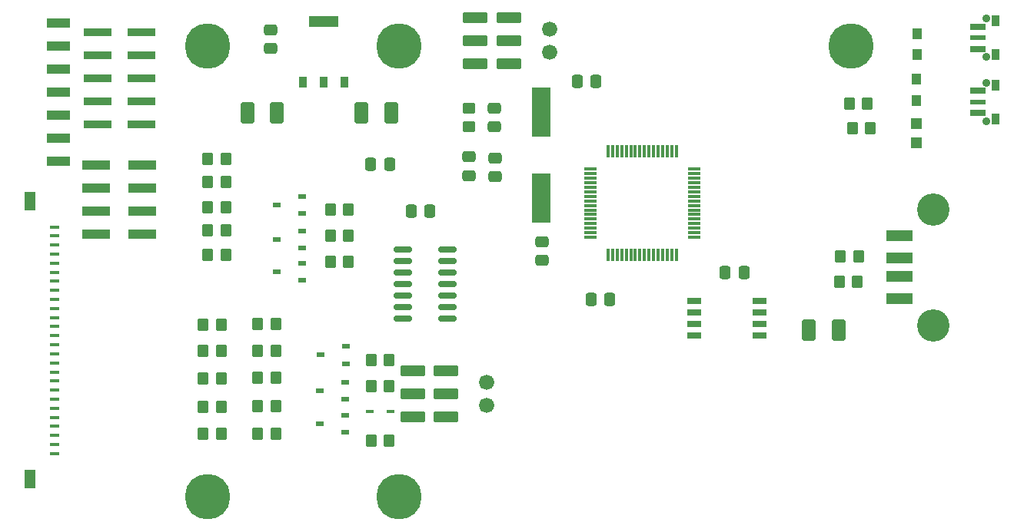
<source format=gbr>
%TF.GenerationSoftware,KiCad,Pcbnew,8.0.9*%
%TF.CreationDate,2025-03-06T10:33:29+00:00*%
%TF.ProjectId,Gotek,476f7465-6b2e-46b6-9963-61645f706362,rev?*%
%TF.SameCoordinates,Original*%
%TF.FileFunction,Soldermask,Top*%
%TF.FilePolarity,Negative*%
%FSLAX46Y46*%
G04 Gerber Fmt 4.6, Leading zero omitted, Abs format (unit mm)*
G04 Created by KiCad (PCBNEW 8.0.9) date 2025-03-06 10:33:29*
%MOMM*%
%LPD*%
G01*
G04 APERTURE LIST*
G04 Aperture macros list*
%AMRoundRect*
0 Rectangle with rounded corners*
0 $1 Rounding radius*
0 $2 $3 $4 $5 $6 $7 $8 $9 X,Y pos of 4 corners*
0 Add a 4 corners polygon primitive as box body*
4,1,4,$2,$3,$4,$5,$6,$7,$8,$9,$2,$3,0*
0 Add four circle primitives for the rounded corners*
1,1,$1+$1,$2,$3*
1,1,$1+$1,$4,$5*
1,1,$1+$1,$6,$7*
1,1,$1+$1,$8,$9*
0 Add four rect primitives between the rounded corners*
20,1,$1+$1,$2,$3,$4,$5,0*
20,1,$1+$1,$4,$5,$6,$7,0*
20,1,$1+$1,$6,$7,$8,$9,0*
20,1,$1+$1,$8,$9,$2,$3,0*%
G04 Aperture macros list end*
%ADD10R,3.150000X1.000000*%
%ADD11C,5.000000*%
%ADD12RoundRect,0.250000X-0.350000X-0.450000X0.350000X-0.450000X0.350000X0.450000X-0.350000X0.450000X0*%
%ADD13RoundRect,0.250000X-0.475000X0.337500X-0.475000X-0.337500X0.475000X-0.337500X0.475000X0.337500X0*%
%ADD14C,1.680000*%
%ADD15RoundRect,0.102000X1.250000X-0.500000X1.250000X0.500000X-1.250000X0.500000X-1.250000X-0.500000X0*%
%ADD16RoundRect,0.250001X0.499999X0.924999X-0.499999X0.924999X-0.499999X-0.924999X0.499999X-0.924999X0*%
%ADD17C,0.900000*%
%ADD18R,1.800000X0.750000*%
%ADD19R,1.800000X0.600000*%
%ADD20R,0.900000X1.300000*%
%ADD21R,0.900000X0.600000*%
%ADD22R,1.200000X1.200000*%
%ADD23RoundRect,0.250000X-0.337500X-0.475000X0.337500X-0.475000X0.337500X0.475000X-0.337500X0.475000X0*%
%ADD24R,1.000000X0.400000*%
%ADD25R,1.300000X2.000000*%
%ADD26R,1.650000X0.700000*%
%ADD27R,3.000000X1.300000*%
%ADD28C,3.570000*%
%ADD29R,0.820000X0.420000*%
%ADD30R,1.100000X1.250000*%
%ADD31R,1.475000X0.300000*%
%ADD32R,0.300000X1.475000*%
%ADD33RoundRect,0.250000X0.337500X0.475000X-0.337500X0.475000X-0.337500X-0.475000X0.337500X-0.475000X0*%
%ADD34RoundRect,0.250000X-0.450000X0.350000X-0.450000X-0.350000X0.450000X-0.350000X0.450000X0.350000X0*%
%ADD35R,2.000000X5.500000*%
%ADD36R,3.100000X0.900000*%
%ADD37R,0.950000X1.300000*%
%ADD38R,3.250000X1.300000*%
%ADD39RoundRect,0.250000X0.350000X0.450000X-0.350000X0.450000X-0.350000X-0.450000X0.350000X-0.450000X0*%
%ADD40RoundRect,0.150000X-0.825000X-0.150000X0.825000X-0.150000X0.825000X0.150000X-0.825000X0.150000X0*%
%ADD41R,2.500000X1.000000*%
G04 APERTURE END LIST*
D10*
%TO.C,J5*%
X106237800Y-73812400D03*
X111287800Y-73812400D03*
X106237800Y-76352400D03*
X111287800Y-76352400D03*
X106237800Y-78892400D03*
X111287800Y-78892400D03*
X106237800Y-81432400D03*
X111287800Y-81432400D03*
%TD*%
D11*
%TO.C,H1*%
X118491000Y-60642500D03*
%TD*%
%TO.C,H2*%
X139573000Y-60642500D03*
%TD*%
%TO.C,H3*%
X118491000Y-110363000D03*
%TD*%
%TO.C,H4*%
X139573000Y-110363000D03*
%TD*%
%TO.C,H5*%
X189357000Y-60642500D03*
%TD*%
D12*
%TO.C,PU5*%
X118000000Y-91398700D03*
X120000000Y-91398700D03*
%TD*%
D13*
%TO.C,C4*%
X147307300Y-72877200D03*
X147307300Y-74952200D03*
%TD*%
D12*
%TO.C,R20*%
X189160300Y-67027400D03*
X191160300Y-67027400D03*
%TD*%
D14*
%TO.C,J7*%
X149204600Y-100330000D03*
X149204600Y-97790000D03*
D15*
X144754600Y-96520000D03*
X141054600Y-96520000D03*
X144754600Y-99060000D03*
X141054600Y-99060000D03*
X144754600Y-101600000D03*
X141054600Y-101600000D03*
%TD*%
D16*
%TO.C,C1*%
X187984800Y-92024200D03*
X184734800Y-92024200D03*
%TD*%
D17*
%TO.C,S4*%
X204247000Y-68952400D03*
X204247000Y-64702400D03*
D18*
X203347000Y-68052400D03*
D19*
X203347000Y-66827400D03*
D18*
X203347000Y-65602400D03*
D20*
X205297000Y-68677400D03*
X205297000Y-64977400D03*
%TD*%
D21*
%TO.C,Q5*%
X133680000Y-99616300D03*
X133680000Y-97716300D03*
X130880000Y-98666300D03*
%TD*%
D12*
%TO.C,RN4*%
X136500000Y-104171700D03*
X138500000Y-104171700D03*
%TD*%
D21*
%TO.C,Q6*%
X133702300Y-95685600D03*
X133702300Y-93785600D03*
X130902300Y-94735600D03*
%TD*%
D22*
%TO.C,L5*%
X196519800Y-71357200D03*
X196519800Y-69257200D03*
%TD*%
D23*
%TO.C,C20*%
X140878700Y-78882900D03*
X142953700Y-78882900D03*
%TD*%
D16*
%TO.C,C17*%
X138708800Y-68072000D03*
X135458800Y-68072000D03*
%TD*%
D12*
%TO.C,PU12*%
X118000000Y-103397000D03*
X120000000Y-103397000D03*
%TD*%
D23*
%TO.C,C6*%
X159165900Y-64573100D03*
X161240900Y-64573100D03*
%TD*%
D17*
%TO.C,S3*%
X204247000Y-61865800D03*
X204247000Y-57615800D03*
D18*
X203347000Y-60965800D03*
D19*
X203347000Y-59740800D03*
D18*
X203347000Y-58515800D03*
D20*
X205297000Y-61590800D03*
X205297000Y-57890800D03*
%TD*%
D12*
%TO.C,PU13*%
X124000000Y-103432000D03*
X126000000Y-103432000D03*
%TD*%
%TO.C,PU2*%
X118500000Y-78432000D03*
X120500000Y-78432000D03*
%TD*%
%TO.C,PU11*%
X118000000Y-100466500D03*
X120000000Y-100466500D03*
%TD*%
D21*
%TO.C,Q3*%
X128901700Y-86500400D03*
X128901700Y-84600400D03*
X126101700Y-85550400D03*
%TD*%
D24*
%TO.C,P1*%
X101660000Y-80610000D03*
X101660000Y-81610000D03*
X101660000Y-82610001D03*
X101660000Y-83609999D03*
X101660000Y-84609999D03*
X101660000Y-85610000D03*
X101660000Y-86610000D03*
X101660000Y-87609998D03*
X101660000Y-88609999D03*
X101660000Y-89609999D03*
X101660000Y-90610000D03*
X101660000Y-91610000D03*
X101660000Y-92609998D03*
X101660000Y-93609999D03*
X101660000Y-94610000D03*
X101660000Y-95610000D03*
X101660000Y-96610001D03*
X101660000Y-97609999D03*
X101660000Y-98609999D03*
X101660000Y-99610000D03*
X101660000Y-100610000D03*
X101660000Y-101610001D03*
X101660000Y-102609999D03*
X101660000Y-103609999D03*
X101660000Y-104610000D03*
X101660000Y-105610000D03*
D25*
X98960001Y-77810025D03*
X98960001Y-108409975D03*
%TD*%
D12*
%TO.C,PU9*%
X118000000Y-97326400D03*
X120000000Y-97326400D03*
%TD*%
D21*
%TO.C,Q4*%
X133616500Y-103286600D03*
X133616500Y-101386600D03*
X130816500Y-102336600D03*
%TD*%
D12*
%TO.C,RN2*%
X132000000Y-81600700D03*
X134000000Y-81600700D03*
%TD*%
%TO.C,PU8*%
X124000000Y-97221700D03*
X126000000Y-97221700D03*
%TD*%
D23*
%TO.C,C18*%
X136468600Y-73745700D03*
X138543600Y-73745700D03*
%TD*%
D13*
%TO.C,C5*%
X150152100Y-73022500D03*
X150152100Y-75097500D03*
%TD*%
D26*
%TO.C,U8*%
X172063200Y-88788900D03*
X172063200Y-90058900D03*
X172063200Y-91328900D03*
X172063200Y-92598900D03*
X179263200Y-92598900D03*
X179263200Y-91328900D03*
X179263200Y-90058900D03*
X179263200Y-88788900D03*
%TD*%
D14*
%TO.C,J8*%
X156133800Y-61341000D03*
X156133800Y-58801000D03*
D15*
X151683800Y-57531000D03*
X147983800Y-57531000D03*
X151683800Y-60071000D03*
X147983800Y-60071000D03*
X151683800Y-62611000D03*
X147983800Y-62611000D03*
%TD*%
D12*
%TO.C,RN1*%
X132000000Y-78705100D03*
X134000000Y-78705100D03*
%TD*%
D27*
%TO.C,P3*%
X194724800Y-88563800D03*
X194724800Y-86063800D03*
X194724800Y-84063800D03*
X194724800Y-81563800D03*
D28*
X198424800Y-91463800D03*
X198424800Y-78663800D03*
%TD*%
D21*
%TO.C,Q2*%
X128901700Y-82938000D03*
X128901700Y-81038000D03*
X126101700Y-81988000D03*
%TD*%
D29*
%TO.C,DID1*%
X138650000Y-100933200D03*
X136350000Y-100933200D03*
%TD*%
D12*
%TO.C,RN3*%
X132000000Y-84461300D03*
X134000000Y-84461300D03*
%TD*%
%TO.C,RN5*%
X136500000Y-98142400D03*
X138500000Y-98142400D03*
%TD*%
D30*
%TO.C,L3*%
X196545200Y-66649600D03*
X196545200Y-64299600D03*
%TD*%
D13*
%TO.C,C3*%
X150041000Y-67494900D03*
X150041000Y-69569900D03*
%TD*%
D31*
%TO.C,U3*%
X160606600Y-74250200D03*
X160606600Y-74750200D03*
X160606600Y-75250200D03*
X160606600Y-75750200D03*
X160606600Y-76250200D03*
X160606600Y-76750200D03*
X160606600Y-77250200D03*
X160606600Y-77750200D03*
X160606600Y-78250200D03*
X160606600Y-78750200D03*
X160606600Y-79250200D03*
X160606600Y-79750200D03*
X160606600Y-80250200D03*
X160606600Y-80750200D03*
X160606600Y-81250200D03*
X160606600Y-81750200D03*
D32*
X162594600Y-83738200D03*
X163094600Y-83738200D03*
X163594600Y-83738200D03*
X164094600Y-83738200D03*
X164594600Y-83738200D03*
X165094600Y-83738200D03*
X165594600Y-83738200D03*
X166094600Y-83738200D03*
X166594600Y-83738200D03*
X167094600Y-83738200D03*
X167594600Y-83738200D03*
X168094600Y-83738200D03*
X168594600Y-83738200D03*
X169094600Y-83738200D03*
X169594600Y-83738200D03*
X170094600Y-83738200D03*
D31*
X172082600Y-81750200D03*
X172082600Y-81250200D03*
X172082600Y-80750200D03*
X172082600Y-80250200D03*
X172082600Y-79750200D03*
X172082600Y-79250200D03*
X172082600Y-78750200D03*
X172082600Y-78250200D03*
X172082600Y-77750200D03*
X172082600Y-77250200D03*
X172082600Y-76750200D03*
X172082600Y-76250200D03*
X172082600Y-75750200D03*
X172082600Y-75250200D03*
X172082600Y-74750200D03*
X172082600Y-74250200D03*
D32*
X170094600Y-72262200D03*
X169594600Y-72262200D03*
X169094600Y-72262200D03*
X168594600Y-72262200D03*
X168094600Y-72262200D03*
X167594600Y-72262200D03*
X167094600Y-72262200D03*
X166594600Y-72262200D03*
X166094600Y-72262200D03*
X165594600Y-72262200D03*
X165094600Y-72262200D03*
X164594600Y-72262200D03*
X164094600Y-72262200D03*
X163594600Y-72262200D03*
X163094600Y-72262200D03*
X162594600Y-72262200D03*
%TD*%
D12*
%TO.C,PU1*%
X118500000Y-75638000D03*
X120500000Y-75638000D03*
%TD*%
D13*
%TO.C,C23*%
X125409300Y-58862000D03*
X125409300Y-60937000D03*
%TD*%
D12*
%TO.C,PU6*%
X124000000Y-94322900D03*
X126000000Y-94322900D03*
%TD*%
%TO.C,RN6*%
X136500000Y-95294400D03*
X138500000Y-95294400D03*
%TD*%
%TO.C,R2*%
X188061700Y-86620300D03*
X190061700Y-86620300D03*
%TD*%
D33*
%TO.C,C8*%
X162797400Y-88576100D03*
X160722400Y-88576100D03*
%TD*%
D34*
%TO.C,R10*%
X147250200Y-67532400D03*
X147250200Y-69532400D03*
%TD*%
D35*
%TO.C,Y1*%
X155194000Y-77470200D03*
X155194000Y-67970200D03*
%TD*%
D36*
%TO.C,J4*%
X106337800Y-59105800D03*
X111187800Y-59105800D03*
X106337800Y-61645800D03*
X111187800Y-61645800D03*
X106337800Y-64185800D03*
X111187800Y-64185800D03*
X106337800Y-66725800D03*
X111187800Y-66725800D03*
X106337800Y-69265800D03*
X111187800Y-69265800D03*
%TD*%
D37*
%TO.C,U4*%
X128939900Y-64617600D03*
X131229900Y-64617600D03*
X133519900Y-64617600D03*
D38*
X131229900Y-57917600D03*
%TD*%
D12*
%TO.C,PU10*%
X124000000Y-100396700D03*
X126000000Y-100396700D03*
%TD*%
D39*
%TO.C,R13*%
X120500000Y-73091700D03*
X118500000Y-73091700D03*
%TD*%
D21*
%TO.C,Q1*%
X128920700Y-79137500D03*
X128920700Y-77237500D03*
X126120700Y-78187500D03*
%TD*%
D30*
%TO.C,L4*%
X196621400Y-59277000D03*
X196621400Y-61627000D03*
%TD*%
D12*
%TO.C,PU14*%
X118500000Y-83734300D03*
X120500000Y-83734300D03*
%TD*%
D40*
%TO.C,U1*%
X139984100Y-83127800D03*
X139984100Y-84397800D03*
X139984100Y-85667800D03*
X139984100Y-86937800D03*
X139984100Y-88207800D03*
X139984100Y-89477800D03*
X139984100Y-90747800D03*
X144934100Y-90747800D03*
X144934100Y-89477800D03*
X144934100Y-88207800D03*
X144934100Y-86937800D03*
X144934100Y-85667800D03*
X144934100Y-84397800D03*
X144934100Y-83127800D03*
%TD*%
D12*
%TO.C,R1*%
X188169600Y-83883500D03*
X190169600Y-83883500D03*
%TD*%
%TO.C,R21*%
X189477800Y-69757900D03*
X191477800Y-69757900D03*
%TD*%
D13*
%TO.C,C9*%
X155321000Y-82253000D03*
X155321000Y-84328000D03*
%TD*%
D12*
%TO.C,PU4*%
X124000000Y-91287600D03*
X126000000Y-91287600D03*
%TD*%
D16*
%TO.C,C19*%
X126136400Y-68072000D03*
X122886400Y-68072000D03*
%TD*%
D12*
%TO.C,PU3*%
X118500000Y-80978400D03*
X120500000Y-80978400D03*
%TD*%
%TO.C,PU7*%
X118000000Y-94246700D03*
X120000000Y-94246700D03*
%TD*%
D41*
%TO.C,MO1*%
X102037800Y-58166000D03*
X102037800Y-60706000D03*
X102037800Y-63246000D03*
X102037800Y-65786000D03*
X102037800Y-68326000D03*
X102037800Y-70866000D03*
X102037800Y-73406000D03*
%TD*%
D23*
%TO.C,C16*%
X175463900Y-85613900D03*
X177538900Y-85613900D03*
%TD*%
M02*

</source>
